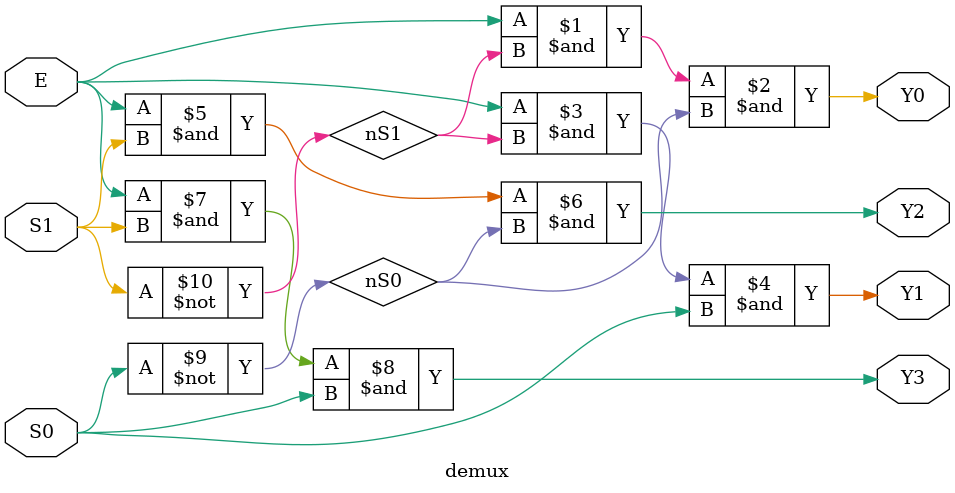
<source format=v>
module demux(E,S1,S0,Y3,Y2,Y1,Y0);
input E,S1,S0;
output Y3,Y2,Y1,Y0;
wire nS1,nS0;
not n0(nS0,S0);
not n1(nS1,S1);
and a0(Y0,E,nS1,nS0);
and a1(Y1,E,nS1,S0);
and a2(Y2,E,S1,nS0);
and a3(Y3,E,S1,S0);
endmodule

</source>
